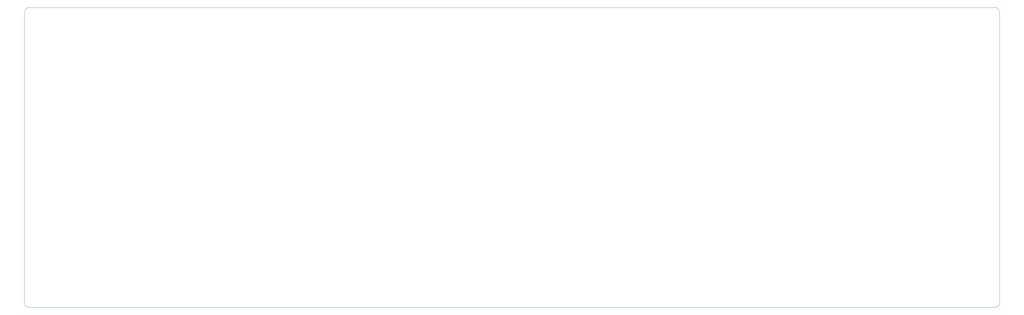
<source format=gm1>
G04 #@! TF.GenerationSoftware,KiCad,Pcbnew,(6.0.2)*
G04 #@! TF.CreationDate,2022-08-27T10:29:14-07:00*
G04 #@! TF.ProjectId,Alps68,416c7073-3638-42e6-9b69-6361645f7063,A*
G04 #@! TF.SameCoordinates,Original*
G04 #@! TF.FileFunction,Profile,NP*
%FSLAX46Y46*%
G04 Gerber Fmt 4.6, Leading zero omitted, Abs format (unit mm)*
G04 Created by KiCad (PCBNEW (6.0.2)) date 2022-08-27 10:29:14*
%MOMM*%
%LPD*%
G01*
G04 APERTURE LIST*
G04 #@! TA.AperFunction,Profile*
%ADD10C,0.050000*%
G04 #@! TD*
G04 APERTURE END LIST*
D10*
X328455660Y-45610660D02*
X27655660Y-45610660D01*
X26155660Y-47110660D02*
X26155660Y-137610660D01*
X329955660Y-137610660D02*
X329955660Y-47110660D01*
X26155660Y-137610660D02*
G75*
G03*
X27655660Y-139110660I1500001J1D01*
G01*
X328455660Y-139110660D02*
G75*
G03*
X329955660Y-137610660I-1J1500001D01*
G01*
X27655660Y-139110660D02*
X328455660Y-139110660D01*
X329955660Y-47110660D02*
G75*
G03*
X328455660Y-45610660I-1500001J-1D01*
G01*
X27655660Y-45610660D02*
G75*
G03*
X26155660Y-47110660I1J-1500001D01*
G01*
M02*

</source>
